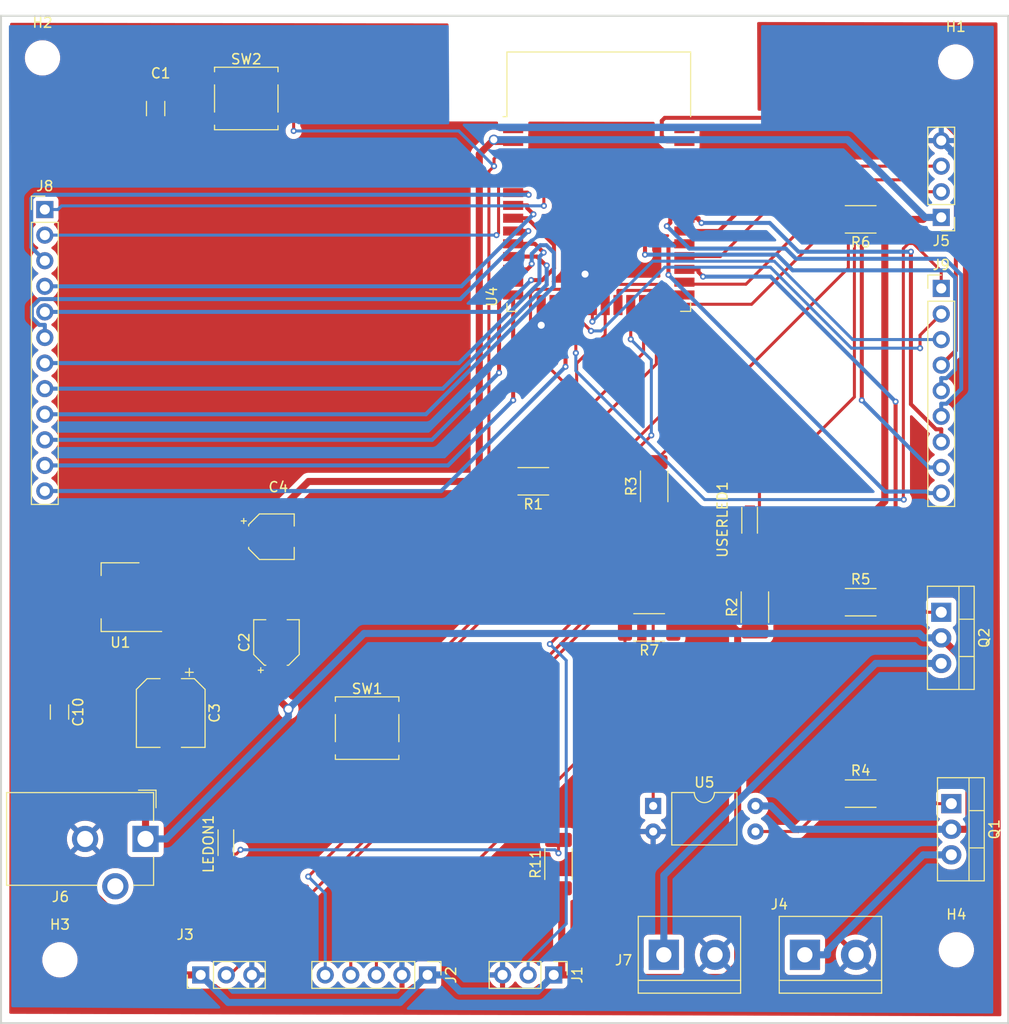
<source format=kicad_pcb>
(kicad_pcb (version 20211014) (generator pcbnew)
  (title_block (title "Embebidos PCB-Hidroponia") (company "Universidad Nacional de Colombia"))
  (layers (0 "F.Cu" signal) (31 "B.Cu" signal) (34 "B.Paste" user) (35 "F.Paste" user) (36 "B.SilkS" user "B.Silkscreen") (37 "F.SilkS" user "F.Silkscreen") (38 "B.Mask" user) (39 "F.Mask" user) (44 "Edge.Cuts" user))
  (net 0 "")
  (net 1 "/E32_RST")
  (net 2 "Net-(U4-Pad6)")
  (net 3 "+5V")
  (net 4 "GND")
  (net 5 "+3V3")
  (net 6 "/LED")
  (net 7 "/STemperatura")
  (net 8 "/ACK_LUZ")
  (net 9 "/SNivelAgua")
  (net 10 "/MOTOROUT")
  (net 11 "/RX")
  (net 12 "/TX")
  (net 13 "Net-(Q1-Pad1)")
  (net 14 "Net-(R3-Pad1)")
  (net 15 "/MOTORPWR")
  (net 16 "Net-(R4-Pad1)")
  (net 17 "Net-(R2-Pad2)")
  (net 18 "Net-(SW1-Pad1)")
  (net 20 "Net-(LEDON1-Pad2)")
  (net 21 "/SCL_LUZ")
  (net 22 "/SDA_LUZ")
  (net 23 "/LUZOUT")
  (net 24 "Net-(Q2-Pad1)")
  (net 25 "/Sen_VN")
  (net 26 "/Sen_VP")
  (net 27 "/SCS")
  (net 28 "/SWP")
  (net 29 "/SHD")
  (net 30 "/LUZPWR")
  (net 31 "Net-(U4-Pad7)")
  (net 32 "Net-(U4-Pad8)")
  (net 33 "Net-(U4-Pad9)")
  (net 34 "Net-(U4-Pad10)")
  (net 35 "Net-(U4-Pad11)")
  (net 36 "Net-(U4-Pad12)")
  (net 37 "Net-(U4-Pad13)")
  (net 38 "Net-(U4-Pad14)")
  (net 39 "Net-(U4-Pad16)")
  (net 40 "Net-(U4-Pad37)")
  (net 41 "Net-(U4-Pad36)")
  (net 42 "Net-(U4-Pad33)")
  (net 43 "Net-(U4-Pad31)")
  (net 44 "Net-(U4-Pad30)")
  (net 45 "Net-(U4-Pad29)")
  (footprint "Capacitor_SMD:C_1206_3216Metric_Pad1.33x1.80mm_HandSolder" (layer "F.Cu") (at 41.4576 90.9064 -90)
    (fp_text reference "C10")
    (fp_text value "0.1uF")
  )
  (footprint "Package_TO_SOT_THT:TO-220-3_Vertical" (layer "F.Cu") (at 129 81 -90)
    (fp_text reference "Q2")
    (fp_text value "IRF4905")
  )
  (footprint "Connector_PinHeader_2.54mm:PinHeader_1x05_P2.54mm_Vertical" (layer "F.Cu") (at 78 117 -90)
    (fp_text reference "J2")
    (fp_text value "Conn_SensorLuz")
  )
  (footprint "RF_Module:ESP32-WROOM-32" (layer "F.Cu") (at 95 41.25)
    (fp_text reference "U4")
    (fp_text value "ESP32-WROOM-32")
  )
  (footprint "Capacitor_SMD:CP_Elec_4x5.4" (layer "F.Cu") (at 63 84 90)
    (fp_text reference "C2")
    (fp_text value "10uF")
  )
  (footprint "Borneras:TerminalBlock_bornier-2_P5.08mm" (layer "F.Cu") (at 115.46 115)
    (fp_text reference "J4")
    (fp_text value "Conn_Motor")
  )
  (footprint "Connector_PinHeader_2.54mm:PinHeader_1x03_P2.54mm_Vertical" (layer "F.Cu") (at 90.525 117 -90)
    (fp_text reference "J1")
    (fp_text value "Conn_SensorTemperatura")
  )
  (footprint "Connector_BarrelJack:BarrelJack_CUI_PJ-102AH_Horizontal" (layer "F.Cu") (at 50 103.5 -90)
    (fp_text reference "J6")
    (fp_text value "Jack-DC")
  )
  (footprint "Resistor_SMD:R_2010_5025Metric_Pad1.40x2.65mm_HandSolder" (layer "F.Cu") (at 91 106 90)
    (fp_text reference "R11")
    (fp_text value "220")
  )
  (footprint "Resistor_SMD:R_2010_5025Metric_Pad1.40x2.65mm_HandSolder" (layer "F.Cu") (at 121 80)
    (fp_text reference "R5")
    (fp_text value "10k")
  )
  (footprint "MountingHole:MountingHole_2.5mm" (layer "F.Cu") (at 130.44 26.38)
    (fp_text reference "H1")
    (fp_text value "MountingHole")
  )
  (footprint "MountingHole:MountingHole_2.5mm" (layer "F.Cu") (at 41.5 115.5)
    (fp_text reference "H3")
    (fp_text value "MountingHole")
  )
  (footprint "Resistor_SMD:R_2010_5025Metric_Pad1.40x2.65mm_HandSolder" (layer "F.Cu") (at 110.5 80.5 90)
    (fp_text reference "R2")
    (fp_text value "220")
  )
  (footprint "Resistor_SMD:R_2010_5025Metric_Pad1.40x2.65mm_HandSolder" (layer "F.Cu") (at 100.5 68.5 90)
    (fp_text reference "R3")
    (fp_text value "220")
  )
  (footprint "Button_Switch_SMD:SW_SPST_EVPBF" (layer "F.Cu") (at 72 92.5)
    (fp_text reference "SW1")
    (fp_text value "SW_Flash")
  )
  (footprint "MountingHole:MountingHole_2.5mm" (layer "F.Cu") (at 39.77 25.97)
    (fp_text reference "H2")
    (fp_text value "MountingHole")
  )
  (footprint "Connector_PinHeader_2.54mm:PinHeader_1x04_P2.54mm_Vertical" (layer "F.Cu") (at 129 41.8 180)
    (fp_text reference "J5")
    (fp_text value "Conn_Programador")
  )
  (footprint "Connector_PinHeader_2.54mm:PinHeader_1x09_P2.54mm_Vertical" (layer "F.Cu") (at 129 48.85)
    (fp_text reference "J9")
    (fp_text value "Conn_Restantes_2")
  )
  (footprint "Resistor_SMD:R_2010_5025Metric_Pad1.40x2.65mm_HandSolder" (layer "F.Cu") (at 100 82.5 180)
    (fp_text reference "R7")
    (fp_text value "2.4k")
  )
  (footprint "Package_TO_SOT_THT:TO-220-3_Vertical" (layer "F.Cu") (at 130 100 -90)
    (fp_text reference "Q1")
    (fp_text value "IRF4905")
  )
  (footprint "Capacitor_SMD:CP_Elec_4x5.4" (layer "F.Cu") (at 62.5 73.5)
    (fp_text reference "C4")
    (fp_text value "10uF")
  )
  (footprint "Capacitor_SMD:CP_Elec_6.3x7.7" (layer "F.Cu") (at 52.5 91 -90)
    (fp_text reference "C3")
    (fp_text value "100uF")
  )
  (footprint "Resistor_SMD:R_2010_5025Metric_Pad1.40x2.65mm_HandSolder" (layer "F.Cu") (at 121 99)
    (fp_text reference "R4")
    (fp_text value "10k")
  )
  (footprint "Package_TO_SOT_SMD:SOT-223-3_TabPin2" (layer "F.Cu") (at 47.5 79.5 180)
    (fp_text reference "U1")
    (fp_text value "LT1963AxST-3.3")
  )
  (footprint "LED_SMD:LED_miniPLCC_2315_Handsoldering" (layer "F.Cu") (at 110 72 -90)
    (fp_text reference "USERLED1")
    (fp_text value "LED")
  )
  (footprint "Button_Switch_SMD:SW_SPST_EVPBF" (layer "F.Cu") (at 60 30)
    (fp_text reference "SW2")
    (fp_text value "SW_Reset")
  )
  (footprint "Package_DIP:DIP-4_W10.16mm" (layer "F.Cu") (at 100.4 100.225)
    (fp_text reference "U5")
    (fp_text value "SFH617A-1X016")
  )
  (footprint "LED_SMD:LED_miniPLCC_2315_Handsoldering" (layer "F.Cu") (at 58 104 -90)
    (fp_text reference "LEDON1")
    (fp_text value "LED")
  )
  (footprint "MountingHole:MountingHole_2.5mm" (layer "F.Cu") (at 130.5 114.5)
    (fp_text reference "H4")
    (fp_text value "MountingHole")
  )
  (footprint "Capacitor_SMD:C_1206_3216Metric_Pad1.33x1.80mm_HandSolder" (layer "F.Cu") (at 51 31 90)
    (fp_text reference "C1")
    (fp_text value "0.1uF")
  )
  (footprint "Resistor_SMD:R_2010_5025Metric_Pad1.40x2.65mm_HandSolder" (layer "F.Cu") (at 88.5 68 180)
    (fp_text reference "R1")
    (fp_text value "10k")
  )
  (footprint "Borneras:TerminalBlock_bornier-2_P5.08mm" (layer "F.Cu") (at 101.46 115)
    (fp_text reference "J7")
    (fp_text value "Conn_Luz")
  )
  (footprint "Resistor_SMD:R_2010_5025Metric_Pad1.40x2.65mm_HandSolder" (layer "F.Cu") (at 121 42 180)
    (fp_text reference "R6")
    (fp_text value "2.4k")
  )
  (footprint "Connector_PinHeader_2.54mm:PinHeader_1x12_P2.54mm_Vertical" (layer "F.Cu") (at 40 41.025)
    (fp_text reference "J8")
    (fp_text value "Conn_Restantes_1")
  )
  (footprint "Connector_PinHeader_2.54mm:PinHeader_1x03_P2.54mm_Vertical" (layer "F.Cu") (at 55.475 117 90)
    (fp_text reference "J3")
    (fp_text value "Conn_SensorNivelAgua")
  )
  (gr_rect (start 35.65 21.79) (end 135.65 121.79) (layer "Edge.Cuts") (width 0.2) (fill none))
  (segment (start 54.7322 32.5625) (end 55.2947 32) (width 0.3) (layer "F.Cu") (net 1))
  (segment (start 56.2074 32) (end 57.12 32) (width 0.3) (layer "F.Cu") (net 1))
  (segment (start 56.2074 32) (end 55.2947 32) (width 0.3) (layer "F.Cu") (net 1))
  (segment (start 84.0921 65.9921) (end 86.1 68) (width 0.3) (layer "F.Cu") (net 1))
  (segment (start 84.5981 36.7207) (end 84.5981 35.9866) (width 0.3) (layer "F.Cu") (net 1))
  (segment (start 57.12 32) (end 62.88 32) (width 0.3) (layer "F.Cu") (net 1))
  (segment (start 62.88 32) (end 64.7053 32) (width 0.3) (layer "F.Cu") (net 1))
  (segment (start 51 32.5625) (end 54.7322 32.5625) (width 0.3) (layer "F.Cu") (net 1))
  (segment (start 84.5981 36.7207) (end 84.0921 37.2267) (width 0.3) (layer "F.Cu") (net 1))
  (segment (start 84.5981 35.9866) (end 85.0497 35.535) (width 0.3) (layer "F.Cu") (net 1))
  (segment (start 64.7053 32) (end 64.7053 33.2236) (width 0.3) (layer "F.Cu") (net 1))
  (segment (start 86.5 35.535) (end 85.0497 35.535) (width 0.3) (layer "F.Cu") (net 1))
  (segment (start 84.0921 37.2267) (end 84.0921 65.9921) (width 0.3) (layer "F.Cu") (net 1))
  (via (at 64.7053 33.2236) (size 0.6) (drill 0.3) (layers "F.Cu" "B.Cu") (net 1))
  (via (at 84.5981 36.7207) (size 0.6) (drill 0.3) (layers "F.Cu" "B.Cu") (net 1))
  (segment (start 84.5981 36.7207) (end 81.101 33.2236) (width 0.3) (layer "B.Cu") (net 1))
  (segment (start 81.101 33.2236) (end 64.7053 33.2236) (width 0.3) (layer "B.Cu") (net 1))
  (segment (start 86.5 39.345) (end 87.9003 39.345) (width 0.4) (layer "F.Cu") (net 2))
  (segment (start 88.0371 39.4818) (end 88.0371 39.5566) (width 0.4) (layer "F.Cu") (net 2))
  (segment (start 87.9003 39.345) (end 88.0371 39.4818) (width 0.4) (layer "F.Cu") (net 2))
  (via (at 88.0371 39.5566) (size 0.6) (drill 0.3) (layers "F.Cu" "B.Cu") (net 2))
  (segment (start 40 46.105) (end 38.6496 44.7546) (width 0.4) (layer "B.Cu") (net 2))
  (segment (start 38.6496 39.9278) (end 39.0208 39.5566) (width 0.4) (layer "B.Cu") (net 2))
  (segment (start 39.0208 39.5566) (end 88.0371 39.5566) (width 0.4) (layer "B.Cu") (net 2))
  (segment (start 38.6496 44.7546) (end 38.6496 39.9278) (width 0.4) (layer "B.Cu") (net 2))
  (segment (start 131.7503 86.2903) (end 129 83.54) (width 0.7) (layer "F.Cu") (net 3))
  (segment (start 131.7503 102.54) (end 131.7503 86.2903) (width 0.7) (layer "F.Cu") (net 3))
  (segment (start 50 103.5) (end 50 101.4497) (width 0.7) (layer "F.Cu") (net 3))
  (segment (start 50.65 81.8) (end 50.65 100.7997) (width 0.7) (layer "F.Cu") (net 3))
  (segment (start 50.65 100.7997) (end 50 101.4497) (width 0.7) (layer "F.Cu") (net 3))
  (segment (start 63 85.8) (end 63 89.4335) (width 0.7) (layer "F.Cu") (net 3))
  (segment (start 130 102.54) (end 131.7503 102.54) (width 0.7) (layer "F.Cu") (net 3))
  (segment (start 63 89.4335) (end 64.1797 90.6132) (width 0.7) (layer "F.Cu") (net 3))
  (via (at 64.1797 90.6132) (size 1) (drill 0.7) (layers "F.Cu" "B.Cu") (net 3))
  (segment (start 127.2497 83.54) (end 126.8153 83.1056) (width 0.7) (layer "B.Cu") (net 3))
  (segment (start 64.1797 91.3706) (end 64.1797 90.6132) (width 0.7) (layer "B.Cu") (net 3))
  (segment (start 112.1103 100.225) (end 114.4253 102.54) (width 0.7) (layer "B.Cu") (net 3))
  (segment (start 110.56 100.225) (end 112.1103 100.225) (width 0.7) (layer "B.Cu") (net 3))
  (segment (start 126.8153 83.1056) (end 71.6873 83.1056) (width 0.7) (layer "B.Cu") (net 3))
  (segment (start 114.4253 102.54) (end 130 102.54) (width 0.7) (layer "B.Cu") (net 3))
  (segment (start 52.0503 103.5) (end 64.1797 91.3706) (width 0.7) (layer "B.Cu") (net 3))
  (segment (start 129 83.54) (end 127.2497 83.54) (width 0.7) (layer "B.Cu") (net 3))
  (segment (start 71.6873 83.1056) (end 64.1797 90.6132) (width 0.7) (layer "B.Cu") (net 3))
  (segment (start 50 103.5) (end 52.0503 103.5) (width 0.7) (layer "B.Cu") (net 3))
  (segment (start 54.9947 28) (end 53.5572 29.4375) (width 0.7) (layer "F.Cu") (net 4))
  (segment (start 69.12 94.5) (end 66.9947 94.5) (width 0.7) (layer "F.Cu") (net 4))
  (segment (start 60.3924 88.8214) (end 60.3924 84.8076) (width 0.7) (layer "F.Cu") (net 4))
  (segment (start 53.5572 29.4375) (end 51 29.4375) (width 0.7) (layer "F.Cu") (net 4))
  (segment (start 60.3924 88.8214) (end 66.071 94.5) (width 0.7) (layer "F.Cu") (net 4))
  (segment (start 60.3924 84.8076) (end 63 82.2) (width 0.7) (layer "F.Cu") (net 4))
  (segment (start 89.285 52.5085) (end 89.285 50.505) (width 0.7) (layer "F.Cu") (net 4))
  (segment (start 45.0249 79.5) (end 44.35 80.1749) (width 0.7) (layer "F.Cu") (net 4))
  (segment (start 66.071 94.5) (end 66.9947 94.5) (width 0.7) (layer "F.Cu") (net 4))
  (segment (start 44.35 79.5) (end 44.35 80.1749) (width 0.7) (layer "F.Cu") (net 4))
  (segment (start 55.5138 93.7) (end 58 96.1862) (width 0.7) (layer "F.Cu") (net 4))
  (segment (start 57.12 28) (end 54.9947 28) (width 0.7) (layer "F.Cu") (net 4))
  (segment (start 58 96.1862) (end 58 103) (width 0.7) (layer "F.Cu") (net 4))
  (segment (start 74.88 94.5) (end 69.12 94.5) (width 0.7) (layer "F.Cu") (net 4))
  (segment (start 55.5138 93.7) (end 52.5 93.7) (width 0.7) (layer "F.Cu") (net 4))
  (segment (start 55.5138 93.7) (end 60.3924 88.8214) (width 0.7) (layer "F.Cu") (net 4))
  (segment (start 57.12 28) (end 62.88 28) (width 0.7) (layer "F.Cu") (net 4))
  (via (at 93.6378 47.4354) (size 1) (drill 0.7) (layers "F.Cu" "B.Cu") (net 4))
  (via (at 89.285 52.5085) (size 1) (drill 0.7) (layers "F.Cu" "B.Cu") (net 4))
  (segment (start 129 34.18) (end 130.6138 35.7938) (width 0.7) (layer "B.Cu") (net 4))
  (segment (start 130.6138 35.7938) (end 130.6138 42.9966) (width 0.7) (layer "B.Cu") (net 4))
  (segment (start 130.6138 42.9966) (end 130.21 43.4004) (width 0.7) (layer "B.Cu") (net 4))
  (segment (start 88.8163 70.0837) (end 90.9 68) (width 0.7) (layer "F.Cu") (net 5))
  (segment (start 91.3252 117) (end 92.1253 117) (width 0.7) (layer "F.Cu") (net 5))
  (segment (start 108.3904 82.5) (end 108.7904 82.9) (width 0.7) (layer "F.Cu") (net 5))
  (segment (start 127.1997 42) (end 127.3997 41.8) (width 0.7) (layer "F.Cu") (net 5))
  (segment (start 57 77.2) (end 60.7 73.5) (width 0.7) (layer "F.Cu") (net 5))
  (segment (start 83.135 68.0164) (end 85.2023 70.0837) (width 0.7) (layer "F.Cu") (net 5))
  (segment (start 66.1836 68.0164) (end 60.7 73.5) (width 0.7) (layer "F.Cu") (net 5))
  (segment (start 86.5 34.265) (end 84.7497 34.265) (width 0.7) (layer "F.Cu") (net 5))
  (segment (start 107.4999 117.2504) (end 92.3757 117.2504) (width 0.7) (layer "F.Cu") (net 5))
  (segment (start 108.7904 82.9) (end 108.7904 115.9599) (width 0.7) (layer "F.Cu") (net 5))
  (segment (start 90.525 117) (end 91.3252 117) (width 0.7) (layer "F.Cu") (net 5))
  (segment (start 52.1252 77.2) (end 52.5 77.2) (width 0.7) (layer "F.Cu") (net 5))
  (segment (start 84.5748 34.0901) (end 83.135 35.5299) (width 0.7) (layer "F.Cu") (net 5))
  (segment (start 85.2023 70.0837) (end 88.8163 70.0837) (width 0.7) (layer "F.Cu") (net 5))
  (segment (start 92.3757 117.2504) (end 92.1253 117) (width 0.7) (layer "F.Cu") (net 5))
  (segment (start 39.8 91.0015) (end 41.4576 89.3439) (width 0.7) (layer "F.Cu") (net 5))
  (segment (start 108.7904 82.9) (end 110.5 82.9) (width 0.7) (layer "F.Cu") (net 5))
  (segment (start 91.3252 117) (end 91.3252 108.7252) (width 0.7) (layer "F.Cu") (net 5))
  (segment (start 52.5 77.2) (end 57 77.2) (width 0.7) (layer "F.Cu") (net 5))
  (segment (start 123.4 42) (end 127.1997 42) (width 0.7) (layer "F.Cu") (net 5))
  (segment (start 102.4 82.5) (end 108.3904 82.5) (width 0.7) (layer "F.Cu") (net 5))
  (segment (start 129 41.8) (end 127.3997 41.8) (width 0.7) (layer "F.Cu") (net 5))
  (segment (start 52.8887 117) (end 39.8 103.9113) (width 0.7) (layer "F.Cu") (net 5))
  (segment (start 108.7904 115.9599) (end 107.4999 117.2504) (width 0.7) (layer "F.Cu") (net 5))
  (segment (start 110.5 82.9) (end 123.4 70) (width 0.7) (layer "F.Cu") (net 5))
  (segment (start 52.5 77.2) (end 52.5 88.3) (width 0.7) (layer "F.Cu") (net 5))
  (segment (start 123.4 70) (end 123.4 42) (width 0.7) (layer "F.Cu") (net 5))
  (segment (start 39.8 103.9113) (end 39.8 91.0015) (width 0.7) (layer "F.Cu") (net 5))
  (segment (start 91.3252 108.7252) (end 91 108.4) (width 0.7) (layer "F.Cu") (net 5))
  (segment (start 55.475 117) (end 52.8887 117) (width 0.7) (layer "F.Cu") (net 5))
  (segment (start 83.135 68.0164) (end 66.1836 68.0164) (width 0.7) (layer "F.Cu") (net 5))
  (segment (start 84.5748 34.0901) (end 84.7497 34.265) (width 0.7) (layer "F.Cu") (net 5))
  (segment (start 83.135 35.5299) (end 83.135 68.0164) (width 0.7) (layer "F.Cu") (net 5))
  (segment (start 50.65 77.2) (end 52.1252 77.2) (width 0.7) (layer "F.Cu") (net 5))
  (via (at 84.5748 34.0901) (size 1) (drill 0.7) (layers "F.Cu" "B.Cu") (net 5))
  (segment (start 119.6898 34.0901) (end 84.5748 34.0901) (width 0.7) (layer "B.Cu") (net 5))
  (segment (start 90.525 117) (end 88.9247 118.6003) (width 0.7) (layer "B.Cu") (net 5))
  (segment (start 75.2725 119.7275) (end 78 117) (width 0.7) (layer "B.Cu") (net 5))
  (segment (start 129 41.8) (end 127.3997 41.8) (width 0.7) (layer "B.Cu") (net 5))
  (segment (start 81.2006 118.6003) (end 79.6003 117) (width 0.7) (layer "B.Cu") (net 5))
  (segment (start 55.475 117) (end 58.2025 119.7275) (width 0.7) (layer "B.Cu") (net 5))
  (segment (start 127.3997 41.8) (end 119.6898 34.0901) (width 0.7) (layer "B.Cu") (net 5))
  (segment (start 78 117) (end 79.6003 117) (width 0.7) (layer "B.Cu") (net 5))
  (segment (start 58.2025 119.7275) (end 75.2725 119.7275) (width 0.7) (layer "B.Cu") (net 5))
  (segment (start 88.9247 118.6003) (end 81.2006 118.6003) (width 0.7) (layer "B.Cu") (net 5))
  (segment (start 119.5969 39.6234) (end 120.3784 40.4049) (width 0.3) (layer "F.Cu") (net 6))
  (segment (start 120.3784 59.629) (end 110.9503 69.0571) (width 0.3) (layer "F.Cu") (net 6))
  (segment (start 120.3784 40.4049) (end 120.3784 59.629) (width 0.3) (layer "F.Cu") (net 6))
  (segment (start 103.5 45.695) (end 107.0558 45.695) (width 0.3) (layer "F.Cu") (net 6))
  (segment (start 110.9503 69.0571) (end 110.9503 71) (width 0.3) (layer "F.Cu") (net 6))
  (segment (start 113.1274 39.6234) (end 119.5969 39.6234) (width 0.3) (layer "F.Cu") (net 6))
  (segment (start 107.0558 45.695) (end 113.1274 39.6234) (width 0.3) (layer "F.Cu") (net 6))
  (segment (start 110 71) (end 110.9503 71) (width 0.3) (layer "F.Cu") (net 6))
  (segment (start 99.445 50.505) (end 99.445 55.2366) (width 0.3) (layer "F.Cu") (net 7))
  (segment (start 93.4006 80.903) (end 90.1477 84.1559) (width 0.3) (layer "F.Cu") (net 7))
  (segment (start 93.4006 61.281) (end 93.4006 80.903) (width 0.3) (layer "F.Cu") (net 7))
  (segment (start 99.445 55.2366) (end 93.4006 61.281) (width 0.3) (layer "F.Cu") (net 7))
  (via (at 90.1477 84.1559) (size 0.6) (drill 0.3) (layers "F.Cu" "B.Cu") (net 7))
  (segment (start 91.7678 111.9169) (end 91.7678 85.776) (width 0.3) (layer "B.Cu") (net 7))
  (segment (start 87.985 117) (end 87.985 115.6997) (width 0.3) (layer "B.Cu") (net 7))
  (segment (start 91.7678 85.776) (end 90.1477 84.1559) (width 0.3) (layer "B.Cu") (net 7))
  (segment (start 87.985 115.6997) (end 91.7678 111.9169) (width 0.3) (layer "B.Cu") (net 7))
  (segment (start 66.1558 107.2364) (end 77.446 95.9462) (width 0.3) (layer "F.Cu") (net 8))
  (segment (start 95.635 53.4661) (end 95.635 51.9553) (width 0.3) (layer "F.Cu") (net 8))
  (segment (start 77.446 95.9462) (end 77.446 87.7016) (width 0.3) (layer "F.Cu") (net 8))
  (segment (start 92.8002 72.3474) (end 92.8002 56.3009) (width 0.3) (layer "F.Cu") (net 8))
  (segment (start 77.446 87.7016) (end 92.8002 72.3474) (width 0.3) (layer "F.Cu") (net 8))
  (segment (start 95.635 50.505) (end 95.635 51.9553) (width 0.3) (layer "F.Cu") (net 8))
  (segment (start 92.8002 56.3009) (end 95.635 53.4661) (width 0.3) (layer "F.Cu") (net 8))
  (via (at 66.1558 107.2364) (size 0.6) (drill 0.3) (layers "F.Cu" "B.Cu") (net 8))
  (segment (start 67.84 108.9206) (end 67.84 117) (width 0.3) (layer "B.Cu") (net 8))
  (segment (start 66.1558 107.2364) (end 67.84 108.9206) (width 0.3) (layer "B.Cu") (net 8))
  (segment (start 100.715 56.3685) (end 100.715 50.505) (width 0.3) (layer "F.Cu") (net 9))
  (segment (start 58.3647 117) (end 95.5497 79.815) (width 0.3) (layer "F.Cu") (net 9))
  (segment (start 95.5497 79.815) (end 95.5497 61.5338) (width 0.3) (layer "F.Cu") (net 9))
  (segment (start 95.5497 61.5338) (end 100.715 56.3685) (width 0.3) (layer "F.Cu") (net 9))
  (segment (start 58.015 117) (end 58.3647 117) (width 0.3) (layer "F.Cu") (net 9))
  (segment (start 117.7103 114.5781) (end 117.7103 115) (width 0.7) (layer "B.Cu") (net 10))
  (segment (start 130 105.08) (end 127.2084 105.08) (width 0.7) (layer "B.Cu") (net 10))
  (segment (start 115.46 115) (end 117.7103 115) (width 0.7) (layer "B.Cu") (net 10))
  (segment (start 127.2084 105.08) (end 117.7103 114.5781) (width 0.7) (layer "B.Cu") (net 10))
  (segment (start 127.6997 39.26) (end 126.5147 38.075) (width 0.3) (layer "F.Cu") (net 11))
  (segment (start 129 39.26) (end 127.6997 39.26) (width 0.3) (layer "F.Cu") (net 11))
  (segment (start 126.5147 38.075) (end 103.5 38.075) (width 0.3) (layer "F.Cu") (net 11))
  (segment (start 129 36.72) (end 105.0353 36.72) (width 0.3) (layer "F.Cu") (net 12))
  (segment (start 105.0353 36.72) (end 104.9503 36.805) (width 0.3) (layer "F.Cu") (net 12))
  (segment (start 103.5 36.805) (end 104.9503 36.805) (width 0.3) (layer "F.Cu") (net 12))
  (segment (start 127.5497 99) (end 128.5497 100) (width 0.3) (layer "F.Cu") (net 13))
  (segment (start 123.4 99) (end 127.5497 99) (width 0.3) (layer "F.Cu") (net 13))
  (segment (start 130 100) (end 128.5497 100) (width 0.3) (layer "F.Cu") (net 13))
  (segment (start 100.4 100.225) (end 100.4 71) (width 0.3) (layer "F.Cu") (net 14))
  (segment (start 100.4 71) (end 100.5 70.9) (width 0.3) (layer "F.Cu") (net 14))
  (segment (start 109.6142 48.4334) (end 117.8239 40.2237) (width 0.3) (layer "F.Cu") (net 15))
  (segment (start 119.3483 40.2237) (end 119.7781 40.6535) (width 0.3) (layer "F.Cu") (net 15))
  (segment (start 119.7781 40.6535) (end 119.7781 46.8219) (width 0.3) (layer "F.Cu") (net 15))
  (segment (start 103.5 48.235) (end 103.6984 48.4334) (width 0.3) (layer "F.Cu") (net 15))
  (segment (start 119.7781 46.8219) (end 100.5 66.1) (width 0.3) (layer "F.Cu") (net 15))
  (segment (start 103.6984 48.4334) (end 109.6142 48.4334) (width 0.3) (layer "F.Cu") (net 15))
  (segment (start 117.8239 40.2237) (end 119.3483 40.2237) (width 0.3) (layer "F.Cu") (net 15))
  (segment (start 110.56 102.765) (end 114.835 102.765) (width 0.3) (layer "F.Cu") (net 16))
  (segment (start 114.835 102.765) (end 118.6 99) (width 0.3) (layer "F.Cu") (net 16))
  (segment (start 110 73) (end 110 74.0503) (width 0.3) (layer "F.Cu") (net 17))
  (segment (start 110.5 74.5503) (end 110.5 78.1) (width 0.3) (layer "F.Cu") (net 17))
  (segment (start 110 74.0503) (end 110.5 74.5503) (width 0.3) (layer "F.Cu") (net 17))
  (segment (start 94.1068 48.4518) (end 93.6139 48.9447) (width 0.3) (layer "F.Cu") (net 18))
  (segment (start 92.1999 72.0988) (end 76.7053 87.5934) (width 0.3) (layer "F.Cu") (net 18))
  (segment (start 74.88 90.5) (end 76.7053 90.5) (width 0.3) (layer "F.Cu") (net 18))
  (segment (start 88.6008 48.9447) (end 88.2203 49.3252) (width 0.3) (layer "F.Cu") (net 18))
  (segment (start 102.6832 49.505) (end 101.63 48.4518) (width 0.3) (layer "F.Cu") (net 18))
  (segment (start 88.2203 54.8652) (end 92.1999 58.8448) (width 0.3) (layer "F.Cu") (net 18))
  (segment (start 93.6139 48.9447) (end 88.6008 48.9447) (width 0.3) (layer "F.Cu") (net 18))
  (segment (start 101.63 48.4518) (end 94.1068 48.4518) (width 0.3) (layer "F.Cu") (net 18))
  (segment (start 103.5 49.505) (end 102.6832 49.505) (width 0.3) (layer "F.Cu") (net 18))
  (segment (start 92.1999 58.8448) (end 92.1999 72.0988) (width 0.3) (layer "F.Cu") (net 18))
  (segment (start 88.2203 49.3252) (end 88.2203 54.8652) (width 0.3) (layer "F.Cu") (net 18))
  (segment (start 74.88 90.5) (end 69.12 90.5) (width 0.3) (layer "F.Cu") (net 18))
  (segment (start 76.7053 87.5934) (end 76.7053 90.5) (width 0.3) (layer "F.Cu") (net 18))
  (segment (start 91 103.6) (end 91 104.9141) (width 0.3) (layer "F.Cu") (net 20))
  (segment (start 58 105) (end 59.0092 105) (width 0.3) (layer "F.Cu") (net 20))
  (segment (start 59.0092 105) (end 59.4335 104.5757) (width 0.3) (layer "F.Cu") (net 20))
  (via (at 91 104.9141) (size 0.6) (drill 0.3) (layers "F.Cu" "B.Cu") (net 20))
  (via (at 59.4335 104.5757) (size 0.6) (drill 0.3) (layers "F.Cu" "B.Cu") (net 20))
  (segment (start 91 104.9141) (end 90.6616 104.5757) (width 0.3) (layer "B.Cu") (net 20))
  (segment (start 90.6616 104.5757) (end 59.4335 104.5757) (width 0.3) (layer "B.Cu") (net 20))
  (segment (start 97.6 82.5) (end 97.6 91.0197) (width 0.3) (layer "F.Cu") (net 21))
  (segment (start 98.175 50.505) (end 98.175 53.9054) (width 0.3) (layer "F.Cu") (net 21))
  (segment (start 98.7237 81.3763) (end 97.6 82.5) (width 0.3) (layer "F.Cu") (net 21))
  (segment (start 98.7237 64.9299) (end 98.7237 81.3763) (width 0.3) (layer "F.Cu") (net 21))
  (segment (start 100.2164 63.4372) (end 98.7237 64.9299) (width 0.3) (layer "F.Cu") (net 21))
  (segment (start 97.6 91.0197) (end 72.92 115.6997) (width 0.3) (layer "F.Cu") (net 21))
  (segment (start 72.92 117) (end 72.92 115.6997) (width 0.3) (layer "F.Cu") (net 21))
  (via (at 98.175 53.9054) (size 0.6) (drill 0.3) (layers "F.Cu" "B.Cu") (net 21))
  (via (at 100.2164 63.4372) (size 0.6) (drill 0.3) (layers "F.Cu" "B.Cu") (net 21))
  (segment (start 100.2164 55.9468) (end 98.175 53.9054) (width 0.3) (layer "B.Cu") (net 21))
  (segment (start 100.2164 63.4372) (end 100.2164 55.9468) (width 0.3) (layer "B.Cu") (net 21))
  (segment (start 70.38 117) (end 70.38 105.8336) (width 0.3) (layer "F.Cu") (net 22))
  (segment (start 110.1732 50.4268) (end 118.6 42) (width 0.3) (layer "F.Cu") (net 22))
  (segment (start 101.384 49.0547) (end 102.0496 49.7203) (width 0.3) (layer "F.Cu") (net 22))
  (segment (start 70.38 105.8336) (end 98.1233 78.0903) (width 0.3) (layer "F.Cu") (net 22))
  (segment (start 102.0496 49.7203) (end 102.0496 50.1848) (width 0.3) (layer "F.Cu") (net 22))
  (segment (start 98.1233 64.4692) (end 102.2916 60.3009) (width 0.3) (layer "F.Cu") (net 22))
  (segment (start 102.2916 50.4268) (end 110.1732 50.4268) (width 0.3) (layer "F.Cu") (net 22))
  (segment (start 102.0496 50.1848) (end 102.2916 50.4268) (width 0.3) (layer "F.Cu") (net 22))
  (segment (start 98.1233 78.0903) (end 98.1233 64.4692) (width 0.3) (layer "F.Cu") (net 22))
  (segment (start 96.905 50.505) (end 96.905 49.0547) (width 0.3) (layer "F.Cu") (net 22))
  (segment (start 96.905 49.0547) (end 101.384 49.0547) (width 0.3) (layer "F.Cu") (net 22))
  (segment (start 102.2916 60.3009) (end 102.2916 50.4268) (width 0.3) (layer "F.Cu") (net 22))
  (segment (start 101.46 107.1094) (end 122.4894 86.08) (width 0.7) (layer "B.Cu") (net 23))
  (segment (start 101.46 115) (end 101.46 107.1094) (width 0.7) (layer "B.Cu") (net 23))
  (segment (start 122.4894 86.08) (end 129 86.08) (width 0.7) (layer "B.Cu") (net 23))
  (segment (start 126.5497 80) (end 127.5497 81) (width 0.3) (layer "F.Cu") (net 24))
  (segment (start 129 81) (end 127.5497 81) (width 0.3) (layer "F.Cu") (net 24))
  (segment (start 123.4 80) (end 126.5497 80) (width 0.3) (layer "F.Cu") (net 24))
  (segment (start 85.0497 43.3577) (end 84.8424 43.565) (width 0.3) (layer "F.Cu") (net 25))
  (segment (start 86.5 38.075) (end 85.0497 38.075) (width 0.3) (layer "F.Cu") (net 25))
  (segment (start 85.0497 38.075) (end 85.0497 43.3577) (width 0.3) (layer "F.Cu") (net 25))
  (via (at 84.8424 43.565) (size 0.6) (drill 0.3) (layers "F.Cu" "B.Cu") (net 25))
  (segment (start 40 43.565) (end 84.8424 43.565) (width 0.3) (layer "B.Cu") (net 25))
  (segment (start 87.9503 36.805) (end 89.5463 38.401) (width 0.3) (layer "F.Cu") (net 26))
  (segment (start 86.5 36.805) (end 87.9503 36.805) (width 0.3) (layer "F.Cu") (net 26))
  (segment (start 89.5463 38.401) (end 89.5463 40.6571) (width 0.3) (layer "F.Cu") (net 26))
  (via (at 89.5463 40.6571) (size 0.6) (drill 0.3) (layers "F.Cu" "B.Cu") (net 26))
  (segment (start 41.3003 41.025) (end 41.6682 40.6571) (width 0.3) (layer "B.Cu") (net 26))
  (segment (start 41.6682 40.6571) (end 89.5463 40.6571) (width 0.3) (layer "B.Cu") (net 26))
  (segment (start 40 41.025) (end 41.3003 41.025) (width 0.3) (layer "B.Cu") (net 26))
  (segment (start 94.365 50.505) (end 94.365 52.148) (width 0.3) (layer "F.Cu") (net 27))
  (via (at 94.365 52.148) (size 0.6) (drill 0.3) (layers "F.Cu" "B.Cu") (net 27))
  (segment (start 94.365 52.148) (end 100.3641 46.1489) (width 0.3) (layer "B.Cu") (net 27))
  (segment (start 100.3641 46.1489) (end 112.4215 46.1489) (width 0.3) (layer "B.Cu") (net 27))
  (segment (start 129 53.93) (end 127.6997 53.93) (width 0.3) (layer "B.Cu") (net 27))
  (segment (start 120.2026 53.93) (end 127.6997 53.93) (width 0.3) (layer "B.Cu") (net 27))
  (segment (start 112.4215 46.1489) (end 120.2026 53.93) (width 0.3) (layer "B.Cu") (net 27))
  (segment (start 93.095 50.505) (end 93.095 51.9553) (width 0.3) (layer "F.Cu") (net 28))
  (segment (start 126.897 53.493) (end 129 51.39) (width 0.3) (layer "F.Cu") (net 28))
  (segment (start 93.095 51.9553) (end 93.1094 51.9553) (width 0.3) (layer "F.Cu") (net 28))
  (segment (start 93.1094 51.9553) (end 94.2283 53.0742) (width 0.3) (layer "F.Cu") (net 28))
  (segment (start 126.897 54.7866) (end 126.897 53.493) (width 0.3) (layer "F.Cu") (net 28))
  (via (at 94.2283 53.0742) (size 0.6) (drill 0.3) (layers "F.Cu" "B.Cu") (net 28))
  (via (at 126.897 54.7866) (size 0.6) (drill 0.3) (layers "F.Cu" "B.Cu") (net 28))
  (segment (start 120.0795 54.7866) (end 112.0422 46.7493) (width 0.3) (layer "B.Cu") (net 28))
  (segment (start 95.2262 53.0742) (end 94.2283 53.0742) (width 0.3) (layer "B.Cu") (net 28))
  (segment (start 101.5511 46.7493) (end 95.2262 53.0742) (width 0.3) (layer "B.Cu") (net 28))
  (segment (start 112.0422 46.7493) (end 101.5511 46.7493) (width 0.3) (layer "B.Cu") (net 28))
  (segment (start 126.897 54.7866) (end 120.0795 54.7866) (width 0.3) (layer "B.Cu") (net 28))
  (segment (start 125.2384 44.8986) (end 125.2384 69.7795) (width 0.3) (layer "F.Cu") (net 29))
  (segment (start 125.2384 69.7795) (end 125.2762 69.8173) (width 0.3) (layer "F.Cu") (net 29))
  (segment (start 129 48.85) (end 129 47.159) (width 0.3) (layer "F.Cu") (net 29))
  (segment (start 91.825 50.505) (end 91.825 52.0842) (width 0.3) (layer "F.Cu") (net 29))
  (segment (start 129 47.159) (end 126.2394 44.3984) (width 0.3) (layer "F.Cu") (net 29))
  (segment (start 126.2394 44.3984) (end 125.7386 44.3984) (width 0.3) (layer "F.Cu") (net 29))
  (segment (start 91.825 52.0842) (end 92.7216 52.9808) (width 0.3) (layer "F.Cu") (net 29))
  (segment (start 125.7386 44.3984) (end 125.2384 44.8986) (width 0.3) (layer "F.Cu") (net 29))
  (segment (start 92.7216 52.9808) (end 92.7216 55.2669) (width 0.3) (layer "F.Cu") (net 29))
  (via (at 92.7216 55.2669) (size 0.6) (drill 0.3) (layers "F.Cu" "B.Cu") (net 29))
  (via (at 125.2762 69.8173) (size 0.6) (drill 0.3) (layers "F.Cu" "B.Cu") (net 29))
  (segment (start 92.7216 57.0242) (end 105.5147 69.8173) (width 0.3) (layer "B.Cu") (net 29))
  (segment (start 105.5147 69.8173) (end 125.2762 69.8173) (width 0.3) (layer "B.Cu") (net 29))
  (segment (start 92.7216 55.2669) (end 92.7216 57.0242) (width 0.3) (layer "B.Cu") (net 29))
  (segment (start 104.9003 47.2307) (end 105.3527 47.6831) (width 0.4) (layer "F.Cu") (net 30))
  (segment (start 124.4664 74.1336) (end 124.4664 60.0933) (width 0.4) (layer "F.Cu") (net 30))
  (segment (start 118.6 80) (end 124.4664 74.1336) (width 0.4) (layer "F.Cu") (net 30))
  (segment (start 103.5 46.965) (end 104.9003 46.965) (width 0.4) (layer "F.Cu") (net 30))
  (segment (start 104.9003 46.965) (end 104.9003 47.2307) (width 0.4) (layer "F.Cu") (net 30))
  (via (at 105.3527 47.6831) (size 0.6) (drill 0.3) (layers "F.Cu" "B.Cu") (net 30))
  (via (at 124.4664 60.0933) (size 0.6) (drill 0.3) (layers "F.Cu" "B.Cu") (net 30))
  (segment (start 112.0562 47.6831) (end 124.4664 60.0933) (width 0.4) (layer "B.Cu") (net 30))
  (segment (start 105.3527 47.6831) (end 112.0562 47.6831) (width 0.4) (layer "B.Cu") (net 30))
  (segment (start 87.9003 40.8825) (end 88.5118 41.494) (width 0.4) (layer "F.Cu") (net 31))
  (segment (start 87.9003 40.615) (end 87.9003 40.8825) (width 0.4) (layer "F.Cu") (net 31))
  (segment (start 86.5 40.615) (end 87.9003 40.615) (width 0.4) (layer "F.Cu") (net 31))
  (via (at 88.5118 41.494) (size 0.6) (drill 0.3) (layers "F.Cu" "B.Cu") (net 31))
  (segment (start 81.3608 48.645) (end 88.5118 41.494) (width 0.4) (layer "B.Cu") (net 31))
  (segment (start 40 48.645) (end 81.3608 48.645) (width 0.4) (layer "B.Cu") (net 31))
  (segment (start 87.9003 41.885) (end 90.5503 44.535) (width 0.4) (layer "F.Cu") (net 32))
  (segment (start 90.5503 44.535) (end 90.5503 46.862) (width 0.4) (layer "F.Cu") (net 32))
  (segment (start 90.5503 46.862) (end 89.3821 48.0302) (width 0.4) (layer "F.Cu") (net 32))
  (segment (start 86.5 41.885) (end 87.9003 41.885) (width 0.4) (layer "F.Cu") (net 32))
  (segment (start 89.3821 48.0302) (end 88.2858 48.0302) (width 0.4) (layer "F.Cu") (net 32))
  (via (at 88.2858 48.0302) (size 0.6) (drill 0.3) (layers "F.Cu" "B.Cu") (net 32))
  (segment (start 85.131 51.185) (end 41.2503 51.185) (width 0.4) (layer "B.Cu") (net 32))
  (segment (start 40 51.185) (end 41.2503 51.185) (width 0.4) (layer "B.Cu") (net 32))
  (segment (start 88.2858 48.0302) (end 85.131 51.185) (width 0.4) (layer "B.Cu") (net 32))
  (segment (start 86.5 43.155) (end 87.9977 43.155) (width 0.4) (layer "F.Cu") (net 33))
  (segment (start 87.9977 43.155) (end 88.0028 43.1601) (width 0.4) (layer "F.Cu") (net 33))
  (via (at 88.0028 43.1601) (size 0.6) (drill 0.3) (layers "F.Cu" "B.Cu") (net 33))
  (segment (start 38.7104 51.7321) (end 38.7104 50.7001) (width 0.4) (layer "B.Cu") (net 33))
  (segment (start 39.4954 49.9151) (end 81.2478 49.9151) (width 0.4) (layer "B.Cu") (net 33))
  (segment (start 40 53.725) (end 40 52.4747) (width 0.4) (layer "B.Cu") (net 33))
  (segment (start 39.453 52.4747) (end 38.7104 51.7321) (width 0.4) (layer "B.Cu") (net 33))
  (segment (start 40 52.4747) (end 39.453 52.4747) (width 0.4) (layer "B.Cu") (net 33))
  (segment (start 38.7104 50.7001) (end 39.4954 49.9151) (width 0.4) (layer "B.Cu") (net 33))
  (segment (start 81.2478 49.9151) (end 88.0028 43.1601) (width 0.4) (layer "B.Cu") (net 33))
  (segment (start 86.5 44.425) (end 87.9003 44.425) (width 0.4) (layer "F.Cu") (net 34))
  (segment (start 87.9003 44.425) (end 88.6512 44.425) (width 0.4) (layer "F.Cu") (net 34))
  (segment (start 88.6512 44.425) (end 89.5209 45.2947) (width 0.4) (layer "F.Cu") (net 34))
  (via (at 89.5209 45.2947) (size 0.6) (drill 0.3) (layers "F.Cu" "B.Cu") (net 34))
  (segment (start 81.1142 56.265) (end 41.2503 56.265) (width 0.4) (layer "B.Cu") (net 34))
  (segment (start 89.5209 45.2947) (end 89.1126 45.703) (width 0.4) (layer "B.Cu") (net 34))
  (segment (start 89.1126 48.2666) (end 81.1142 56.265) (width 0.4) (layer "B.Cu") (net 34))
  (segment (start 40 56.265) (end 41.2503 56.265) (width 0.4) (layer "B.Cu") (net 34))
  (segment (start 89.1126 45.703) (end 89.1126 48.2666) (width 0.4) (layer "B.Cu") (net 34))
  (segment (start 89.7513 46.5755) (end 89.8266 46.5755) (width 0.4) (layer "F.Cu") (net 35))
  (segment (start 86.5 45.695) (end 88.8708 45.695) (width 0.4) (layer "F.Cu") (net 35))
  (segment (start 88.8708 45.695) (end 89.7513 46.5755) (width 0.4) (layer "F.Cu") (net 35))
  (via (at 89.8266 46.5755) (size 0.6) (drill 0.3) (layers "F.Cu" "B.Cu") (net 35))
  (segment (start 79.5143 58.805) (end 89.8266 48.4927) (width 0.4) (layer "B.Cu") (net 35))
  (segment (start 89.8266 48.4927) (end 89.8266 46.5755) (width 0.4) (layer "B.Cu") (net 35))
  (segment (start 40 58.805) (end 79.5143 58.805) (width 0.4) (layer "B.Cu") (net 35))
  (segment (start 86.5 46.965) (end 87.9003 46.965) (width 0.4) (layer "F.Cu") (net 36))
  (segment (start 88.3417 46.5236) (end 88.3417 46.4094) (width 0.4) (layer "F.Cu") (net 36))
  (segment (start 87.9003 46.965) (end 88.3417 46.5236) (width 0.4) (layer "F.Cu") (net 36))
  (via (at 88.3417 46.4094) (size 0.6) (drill 0.3) (layers "F.Cu" "B.Cu") (net 36))
  (segment (start 40 61.345) (end 77.8371 61.345) (width 0.4) (layer "B.Cu") (net 36))
  (segment (start 90.5354 48.6467) (end 90.5354 45.3053) (width 0.4) (layer "B.Cu") (net 36))
  (segment (start 77.8371 61.345) (end 90.5354 48.6467) (width 0.4) (layer "B.Cu") (net 36))
  (segment (start 90.5354 45.3053) (end 89.7946 44.5645) (width 0.4) (layer "B.Cu") (net 36))
  (segment (start 88.3417 45.4236) (end 88.3417 46.4094) (width 0.4) (layer "B.Cu") (net 36))
  (segment (start 89.2008 44.5645) (end 88.3417 45.4236) (width 0.4) (layer "B.Cu") (net 36))
  (segment (start 89.7946 44.5645) (end 89.2008 44.5645) (width 0.4) (layer "B.Cu") (net 36))
  (segment (start 86.5 48.235) (end 85.0997 48.235) (width 0.4) (layer "F.Cu") (net 37))
  (segment (start 85.0997 48.235) (end 85.0997 57.2248) (width 0.4) (layer "F.Cu") (net 37))
  (via (at 85.0997 57.2248) (size 0.6) (drill 0.3) (layers "F.Cu" "B.Cu") (net 37))
  (segment (start 78.4395 63.885) (end 85.0997 57.2248) (width 0.4) (layer "B.Cu") (net 37))
  (segment (start 40 63.885) (end 78.4395 63.885) (width 0.4) (layer "B.Cu") (net 37))
  (segment (start 86.5 49.505) (end 86.5 59.9552) (width 0.4) (layer "F.Cu") (net 38))
  (via (at 86.5 59.9552) (size 0.6) (drill 0.3) (layers "F.Cu" "B.Cu") (net 38))
  (segment (start 86.5 59.9552) (end 80.0302 66.425) (width 0.4) (layer "B.Cu") (net 38))
  (segment (start 80.0302 66.425) (end 40 66.425) (width 0.4) (layer "B.Cu") (net 38))
  (segment (start 90.555 51.9053) (end 91.6958 53.0461) (width 0.4) (layer "F.Cu") (net 39))
  (segment (start 91.6958 53.0461) (end 91.6958 56.6243) (width 0.4) (layer "F.Cu") (net 39))
  (segment (start 90.555 50.505) (end 90.555 51.9053) (width 0.4) (layer "F.Cu") (net 39))
  (via (at 91.6958 56.6243) (size 0.6) (drill 0.3) (layers "F.Cu" "B.Cu") (net 39))
  (segment (start 40 68.965) (end 79.3551 68.965) (width 0.4) (layer "B.Cu") (net 39))
  (segment (start 79.3551 68.965) (end 91.6958 56.6243) (width 0.4) (layer "B.Cu") (net 39))
  (segment (start 128.7982 31.9197) (end 130.451 33.5725) (width 0.4) (layer "F.Cu") (net 40))
  (segment (start 101.775 34.265) (end 101.25519 33.74519) (width 0.4) (layer "F.Cu") (net 40))
  (segment (start 101.25519 33.74519) (end 101.25519 32.21481) (width 0.4) (layer "F.Cu") (net 40))
  (segment (start 103.5 34.265) (end 101.775 34.265) (width 0.4) (layer "F.Cu") (net 40))
  (segment (start 130.451 55.019) (end 129 56.47) (width 0.4) (layer "F.Cu") (net 40))
  (segment (start 130.451 33.5725) (end 130.451 55.019) (width 0.4) (layer "F.Cu") (net 40))
  (segment (start 101.5503 31.9197) (end 128.7982 31.9197) (width 0.4) (layer "F.Cu") (net 40))
  (segment (start 101.25519 32.21481) (end 101.5503 31.9197) (width 0.4) (layer "F.Cu") (net 40))
  (segment (start 103.5 35.535) (end 102.0997 35.535) (width 0.4) (layer "F.Cu") (net 41))
  (segment (start 102.0997 35.535) (end 99.5898 38.0449) (width 0.4) (layer "F.Cu") (net 41))
  (segment (start 99.5898 38.0449) (end 99.5898 45.4986) (width 0.4) (layer "F.Cu") (net 41))
  (via (at 99.5898 45.4986) (size 0.6) (drill 0.3) (layers "F.Cu" "B.Cu") (net 41))
  (segment (start 129 59.01) (end 129 57.7597) (width 0.4) (layer "B.Cu") (net 41))
  (segment (start 114.2509 47.0587) (end 129.6461 47.0587) (width 0.4) (layer "B.Cu") (net 41))
  (segment (start 99.5898 45.4986) (end 112.6908 45.4986) (width 0.4) (layer "B.Cu") (net 41))
  (segment (start 130.3777 56.9001) (end 129.5181 57.7597) (width 0.4) (layer "B.Cu") (net 41))
  (segment (start 112.6908 45.4986) (end 114.2509 47.0587) (width 0.4) (layer "B.Cu") (net 41))
  (segment (start 129.6461 47.0587) (end 130.3777 47.7903) (width 0.4) (layer "B.Cu") (net 41))
  (segment (start 129.5181 57.7597) (end 129 57.7597) (width 0.4) (layer "B.Cu") (net 41))
  (segment (start 130.3777 47.7903) (end 130.3777 56.9001) (width 0.4) (layer "B.Cu") (net 41))
  (segment (start 102.0997 42.3343) (end 101.761 42.673) (width 0.4) (layer "F.Cu") (net 42))
  (segment (start 102.0997 39.345) (end 102.0997 42.3343) (width 0.4) (layer "F.Cu") (net 42))
  (segment (start 103.5 39.345) (end 102.0997 39.345) (width 0.4) (layer "F.Cu") (net 42))
  (via (at 101.761 42.673) (size 0.6) (drill 0.3) (layers "F.Cu" "B.Cu") (net 42))
  (segment (start 103.9863 44.8983) (end 113.5611 44.8983) (width 0.4) (layer "B.Cu") (net 42))
  (segment (start 129.5181 60.2997) (end 129 60.2997) (width 0.4) (layer "B.Cu") (net 42))
  (segment (start 129 61.55) (end 129 60.2997) (width 0.4) (layer "B.Cu") (net 42))
  (segment (start 113.5611 44.8983) (end 114.5724 45.9096) (width 0.4) (layer "B.Cu") (net 42))
  (segment (start 130.9818 58.836) (end 129.5181 60.2997) (width 0.4) (layer "B.Cu") (net 42))
  (segment (start 129.382 45.9096) (end 130.9818 47.5094) (width 0.4) (layer "B.Cu") (net 42))
  (segment (start 101.761 42.673) (end 103.9863 44.8983) (width 0.4) (layer "B.Cu") (net 42))
  (segment (start 114.5724 45.9096) (end 129.382 45.9096) (width 0.4) (layer "B.Cu") (net 42))
  (segment (start 130.9818 47.5094) (end 130.9818 58.836) (width 0.4) (layer "B.Cu") (net 42))
  (segment (start 103.5 41.885) (end 104.9003 41.885) (width 0.4) (layer "F.Cu") (net 43))
  (segment (start 129 64.09) (end 129 62.8397) (width 0.4) (layer "F.Cu") (net 43))
  (segment (start 128.4819 62.8397) (end 129 62.8397) (width 0.4) (layer "F.Cu") (net 43))
  (segment (start 125.9887 60.3465) (end 128.4819 62.8397) (width 0.4) (layer "F.Cu") (net 43))
  (segment (start 104.9003 42.0525) (end 105.2011 42.3533) (width 0.4) (layer "F.Cu") (net 43))
  (segment (start 104.9003 41.885) (end 104.9003 42.0525) (width 0.4) (layer "F.Cu") (net 43))
  (segment (start 125.9887 45.2093) (end 125.9887 60.3465) (width 0.4) (layer "F.Cu") (net 43))
  (via (at 105.2011 42.3533) (size 0.6) (drill 0.3) (layers "F.Cu" "B.Cu") (net 43))
  (via (at 125.9887 45.2093) (size 0.6) (drill 0.3) (layers "F.Cu" "B.Cu") (net 43))
  (segment (start 125.9887 45.2093) (end 114.824 45.2093) (width 0.4) (layer "B.Cu") (net 43))
  (segment (start 111.968 42.3533) (end 105.2011 42.3533) (width 0.4) (layer "B.Cu") (net 43))
  (segment (start 114.824 45.2093) (end 111.968 42.3533) (width 0.4) (layer "B.Cu") (net 43))
  (segment (start 119.8982 38.9731) (end 121.1132 40.1881) (width 0.4) (layer "F.Cu") (net 44))
  (segment (start 111.1035 38.9731) (end 119.8982 38.9731) (width 0.4) (layer "F.Cu") (net 44))
  (segment (start 106.9216 43.155) (end 111.1035 38.9731) (width 0.4) (layer "F.Cu") (net 44))
  (segment (start 103.5 43.155) (end 106.9216 43.155) (width 0.4) (layer "F.Cu") (net 44))
  (segment (start 121.1132 40.1881) (end 121.1132 59.9552) (width 0.4) (layer "F.Cu") (net 44))
  (via (at 121.1132 59.9552) (size 0.6) (drill 0.3) (layers "F.Cu" "B.Cu") (net 44))
  (segment (start 121.1132 59.9552) (end 127.7497 66.5917) (width 0.4) (layer "B.Cu") (net 44))
  (segment (start 127.7497 66.5917) (end 127.7497 66.63) (width 0.4) (layer "B.Cu") (net 44))
  (segment (start 129 66.63) (end 127.7497 66.63) (width 0.4) (layer "B.Cu") (net 44))
  (segment (start 103.5 44.425) (end 102.0997 44.425) (width 0.4) (layer "F.Cu") (net 45))
  (segment (start 101.9179 44.6068) (end 101.9179 47.5088) (width 0.4) (layer "F.Cu") (net 45))
  (segment (start 102.0997 44.425) (end 101.9179 44.6068) (width 0.4) (layer "F.Cu") (net 45))
  (via (at 101.9179 47.5088) (size 0.6) (drill 0.3) (layers "F.Cu" "B.Cu") (net 45))
  (segment (start 127.5967 69.017) (end 123.4261 69.017) (width 0.4) (layer "B.Cu") (net 45))
  (segment (start 129 69.17) (end 127.7497 69.17) (width 0.4) (layer "B.Cu") (net 45))
  (segment (start 127.7497 69.17) (end 127.5967 69.017) (width 0.4) (layer "B.Cu") (net 45))
  (segment (start 123.4261 69.017) (end 101.9179 47.5088) (width 0.4) (layer "B.Cu") (net 45))
  (zone (net 4) (net_name "GND") (layer "F.Cu") (connect_pads (clearance 0.508)) (min_thickness 0.254) (fill yes (thermal_gap 0.508) (thermal_bridge_width 0.508))
    (polygon (pts (xy 134.58 22.45) (xy 134.97 121.1) (xy 36.47 120.86) (xy 36.55 22.48) (xy 36.55 22.49) (xy 80.08 22.55) (xy 80.03 32.28) (xy 110.77 32.33) (xy 110.72 22.41)))
  )
  (zone (net 4) (net_name "GND") (layer "B.Cu") (connect_pads (clearance 0.508)) (min_thickness 0.254) (fill yes (thermal_gap 0.508) (thermal_bridge_width 0.508))
    (polygon (pts (xy 80.16 32.5) (xy 111.11 32.5) (xy 111.11 22.72) (xy 134.22 22.79) (xy 134.16 120.83) (xy 36.68 120.21) (xy 36.43 22.72) (xy 80.1 22.72)))
  )
)
</source>
